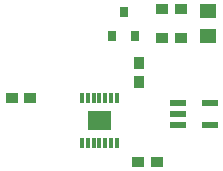
<source format=gtp>
%TF.GenerationSoftware,KiCad,Pcbnew,(6.0.6)*%
%TF.CreationDate,2022-07-27T15:13:06-07:00*%
%TF.ProjectId,EcobitNRF9160 EV3,45636f62-6974-44e5-9246-393136302045,rev?*%
%TF.SameCoordinates,Original*%
%TF.FileFunction,Paste,Top*%
%TF.FilePolarity,Positive*%
%FSLAX46Y46*%
G04 Gerber Fmt 4.6, Leading zero omitted, Abs format (unit mm)*
G04 Created by KiCad (PCBNEW (6.0.6)) date 2022-07-27 15:13:06*
%MOMM*%
%LPD*%
G01*
G04 APERTURE LIST*
G04 Aperture macros list*
%AMRoundRect*
0 Rectangle with rounded corners*
0 $1 Rounding radius*
0 $2 $3 $4 $5 $6 $7 $8 $9 X,Y pos of 4 corners*
0 Add a 4 corners polygon primitive as box body*
4,1,4,$2,$3,$4,$5,$6,$7,$8,$9,$2,$3,0*
0 Add four circle primitives for the rounded corners*
1,1,$1+$1,$2,$3*
1,1,$1+$1,$4,$5*
1,1,$1+$1,$6,$7*
1,1,$1+$1,$8,$9*
0 Add four rect primitives between the rounded corners*
20,1,$1+$1,$2,$3,$4,$5,0*
20,1,$1+$1,$4,$5,$6,$7,0*
20,1,$1+$1,$6,$7,$8,$9,0*
20,1,$1+$1,$8,$9,$2,$3,0*%
G04 Aperture macros list end*
%ADD10R,1.350000X1.200000*%
%ADD11R,1.320800X0.558800*%
%ADD12R,0.900000X1.050000*%
%ADD13R,1.050000X0.900000*%
%ADD14R,0.802000X0.972000*%
%ADD15RoundRect,0.033750X-0.101250X0.396250X-0.101250X-0.396250X0.101250X-0.396250X0.101250X0.396250X0*%
%ADD16RoundRect,0.033750X0.101250X-0.396250X0.101250X0.396250X-0.101250X0.396250X-0.101250X-0.396250X0*%
G04 APERTURE END LIST*
%TO.C,AFE-CO1*%
G36*
X133527931Y-112085842D02*
G01*
X131627266Y-112085842D01*
X131627266Y-110445267D01*
X133527931Y-110445267D01*
X133527931Y-112085842D01*
G37*
%TD*%
D10*
%TO.C,C1*%
X141732000Y-102024000D03*
X141732000Y-104124000D03*
%TD*%
D11*
%TO.C,AMP-CO1*%
X139188400Y-109810200D03*
X139188400Y-110750000D03*
X139188400Y-111689800D03*
X141931600Y-111689800D03*
X141931600Y-109810200D03*
%TD*%
D12*
%TO.C,R2*%
X135890000Y-106388000D03*
X135890000Y-107988000D03*
%TD*%
D13*
%TO.C,R3*%
X139484000Y-101854000D03*
X137884000Y-101854000D03*
%TD*%
D14*
%TO.C,IC1*%
X133670000Y-104124000D03*
X135570000Y-104124000D03*
X134620000Y-102124000D03*
%TD*%
D13*
%TO.C,C2*%
X137884000Y-104274000D03*
X139484000Y-104274000D03*
%TD*%
D15*
%TO.C,AFE-CO1*%
X131077266Y-109330267D03*
X131577266Y-109330267D03*
X132077266Y-109330267D03*
X132577266Y-109330267D03*
X133077266Y-109330267D03*
X133577266Y-109330267D03*
X134077266Y-109330267D03*
D16*
X134077266Y-113200267D03*
X133577266Y-113200267D03*
X133077266Y-113200267D03*
X132577266Y-113200267D03*
X132077266Y-113200267D03*
X131577266Y-113200267D03*
X131077266Y-113200267D03*
%TD*%
D13*
%TO.C,R1*%
X125130000Y-109340000D03*
X126730000Y-109340000D03*
%TD*%
%TO.C,C3*%
X135840000Y-114750000D03*
X137440000Y-114750000D03*
%TD*%
M02*

</source>
